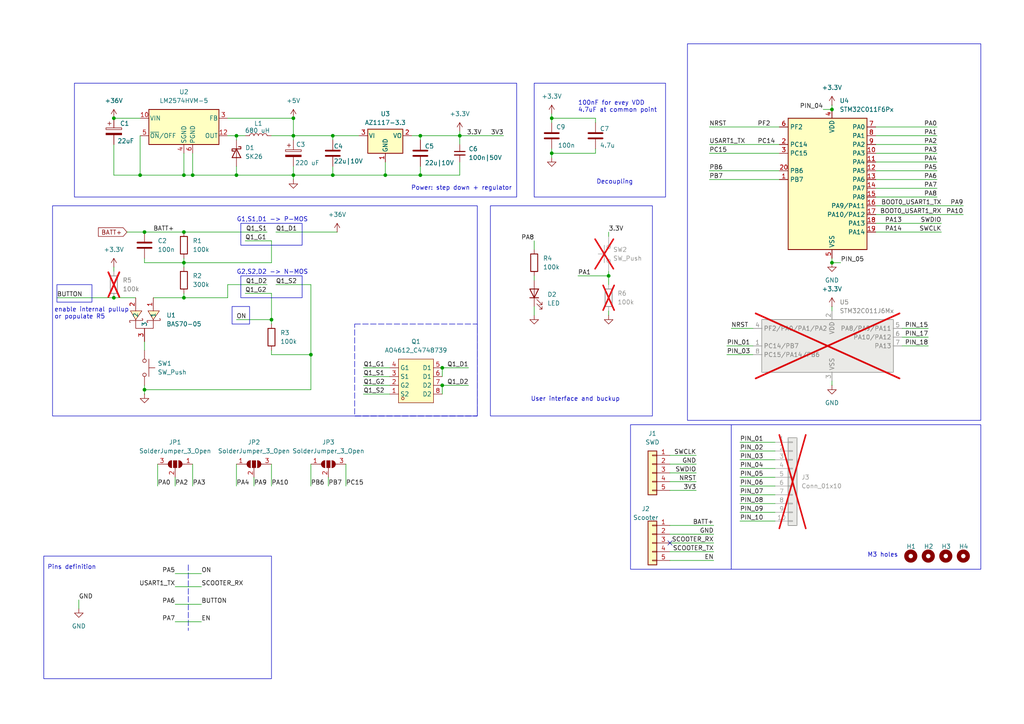
<source format=kicad_sch>
(kicad_sch (version 20250114) (generator "eeschema") (generator_version "9.0")
  (paper "A4")
  (lib_symbols
    (symbol "Connector_Generic:Conn_01x05" (pin_names (offset 1.016) (hide yes))
      (property "Reference" "J" (at 0 7.62 0))
      (property "Value" "Conn_01x05" (at 0 -7.62 0))
      (symbol "Conn_01x05_1_1"
        (rectangle (start -1.27 6.35) (end 1.27 -6.35) (stroke (width 0.254)) (fill (type background)))
        (rectangle (start -1.27 5.207) (end 0 4.953) (stroke (width 0.1524)))
        (rectangle (start -1.27 2.667) (end 0 2.413) (stroke (width 0.1524)))
        (rectangle (start -1.27 0.127) (end 0 -0.127) (stroke (width 0.1524)))
        (rectangle (start -1.27 -2.413) (end 0 -2.667) (stroke (width 0.1524)))
        (rectangle (start -1.27 -4.953) (end 0 -5.207) (stroke (width 0.1524)))
        (pin passive line (at -5.08 5.08 0) (length 3.81) (name "Pin_1") (number "1"))
        (pin passive line (at -5.08 2.54 0) (length 3.81) (name "Pin_2") (number "2"))
        (pin passive line (at -5.08 0 0) (length 3.81) (name "Pin_3") (number "3"))
        (pin passive line (at -5.08 -2.54 0) (length 3.81) (name "Pin_4") (number "4"))
        (pin passive line (at -5.08 -5.08 0) (length 3.81) (name "Pin_5") (number "5"))
      )
    )
    (symbol "Connector_Generic:Conn_01x10" (pin_names (offset 1.016) (hide yes))
      (property "Reference" "J" (at 0 12.7 0))
      (property "Value" "Conn_01x10" (at 0 -15.24 0))
      (symbol "Conn_01x10_1_1"
        (rectangle (start -1.27 11.43) (end 1.27 -13.97) (stroke (width 0.254)) (fill (type background)))
        (rectangle (start -1.27 10.287) (end 0 10.033) (stroke (width 0.1524)))
        (rectangle (start -1.27 7.747) (end 0 7.493) (stroke (width 0.1524)))
        (rectangle (start -1.27 5.207) (end 0 4.953) (stroke (width 0.1524)))
        (rectangle (start -1.27 2.667) (end 0 2.413) (stroke (width 0.1524)))
        (rectangle (start -1.27 0.127) (end 0 -0.127) (stroke (width 0.1524)))
        (rectangle (start -1.27 -2.413) (end 0 -2.667) (stroke (width 0.1524)))
        (rectangle (start -1.27 -4.953) (end 0 -5.207) (stroke (width 0.1524)))
        (rectangle (start -1.27 -7.493) (end 0 -7.747) (stroke (width 0.1524)))
        (rectangle (start -1.27 -10.033) (end 0 -10.287) (stroke (width 0.1524)))
        (rectangle (start -1.27 -12.573) (end 0 -12.827) (stroke (width 0.1524)))
        (pin passive line (at -5.08 10.16 0) (length 3.81) (name "Pin_1") (number "1"))
        (pin passive line (at -5.08 7.62 0) (length 3.81) (name "Pin_2") (number "2"))
        (pin passive line (at -5.08 5.08 0) (length 3.81) (name "Pin_3") (number "3"))
        (pin passive line (at -5.08 2.54 0) (length 3.81) (name "Pin_4") (number "4"))
        (pin passive line (at -5.08 0 0) (length 3.81) (name "Pin_5") (number "5"))
        (pin passive line (at -5.08 -2.54 0) (length 3.81) (name "Pin_6") (number "6"))
        (pin passive line (at -5.08 -5.08 0) (length 3.81) (name "Pin_7") (number "7"))
        (pin passive line (at -5.08 -7.62 0) (length 3.81) (name "Pin_8") (number "8"))
        (pin passive line (at -5.08 -10.16 0) (length 3.81) (name "Pin_9") (number "9"))
        (pin passive line (at -5.08 -12.7 0) (length 3.81) (name "Pin_10") (number "10"))
      )
    )
    (symbol "Device:C" (pin_numbers (hide yes)) (pin_names (offset 0.254))
      (property "Reference" "C" (at 0.635 2.54 0))
      (property "Value" "C" (at 0.635 -2.54 0))
      (symbol "C_0_1"
        (polyline (pts (xy -2.032 0.762) (xy 2.032 0.762)) (stroke (width 0.508)))
        (polyline (pts (xy -2.032 -0.762) (xy 2.032 -0.762)) (stroke (width 0.508)))
      )
      (symbol "C_1_1"
        (pin passive line (at 0 3.81 270) (length 2.794) (name "~") (number "1"))
        (pin passive line (at 0 -3.81 90) (length 2.794) (name "~") (number "2"))
      )
    )
    (symbol "Device:C_Polarized" (pin_numbers (hide yes)) (pin_names (offset 0.254))
      (property "Reference" "C" (at 0.635 2.54 0))
      (property "Value" "C_Polarized" (at 0.635 -2.54 0))
      (symbol "C_Polarized_0_1"
        (rectangle (start -2.286 0.508) (end 2.286 1.016))
        (polyline (pts (xy -1.778 2.286) (xy -0.762 2.286)))
        (polyline (pts (xy -1.27 2.794) (xy -1.27 1.778)))
        (rectangle (start 2.286 -0.508) (end -2.286 -1.016) (fill (type outline)))
      )
      (symbol "C_Polarized_1_1"
        (pin passive line (at 0 3.81 270) (length 2.794) (name "~") (number "1"))
        (pin passive line (at 0 -3.81 90) (length 2.794) (name "~") (number "2"))
      )
    )
    (symbol "Device:C_Small" (pin_numbers (hide yes)) (pin_names (offset 0.254) (hide yes))
      (property "Reference" "C" (at 0.254 1.778 0))
      (property "Value" "C_Small" (at 0.254 -2.032 0))
      (symbol "C_Small_0_1"
        (polyline (pts (xy -1.524 0.508) (xy 1.524 0.508)) (stroke (width 0.3048)))
        (polyline (pts (xy -1.524 -0.508) (xy 1.524 -0.508)) (stroke (width 0.3302)))
      )
      (symbol "C_Small_1_1"
        (pin passive line (at 0 2.54 270) (length 2.032) (name "~") (number "1"))
        (pin passive line (at 0 -2.54 90) (length 2.032) (name "~") (number "2"))
      )
    )
    (symbol "Device:D_Schottky" (pin_numbers (hide yes)) (pin_names (offset 1.016) (hide yes))
      (property "Reference" "D" (at 0 2.54 0))
      (property "Value" "D_Schottky" (at 0 -2.54 0))
      (symbol "D_Schottky_0_1"
        (polyline (pts (xy -1.905 0.635) (xy -1.905 1.27) (xy -1.27 1.27) (xy -1.27 -1.27) (xy -0.635 -1.27) (xy -0.635 -0.635)) (stroke (width 0.254)))
        (polyline (pts (xy 1.27 1.27) (xy 1.27 -1.27) (xy -1.27 0) (xy 1.27 1.27)) (stroke (width 0.254)))
        (polyline (pts (xy 1.27 0) (xy -1.27 0)))
      )
      (symbol "D_Schottky_1_1"
        (pin passive line (at -3.81 0 0) (length 2.54) (name "K") (number "1"))
        (pin passive line (at 3.81 0 180) (length 2.54) (name "A") (number "2"))
      )
    )
    (symbol "Device:L" (pin_numbers (hide yes)) (pin_names (offset 1.016) (hide yes))
      (property "Reference" "L" (at -1.27 0 90))
      (property "Value" "L" (at 1.905 0 90))
      (symbol "L_0_1"
        (arc (start 0 2.54) (mid 0.6323 1.905) (end 0 1.27))
        (arc (start 0 1.27) (mid 0.6323 0.635) (end 0 0))
        (arc (start 0 0) (mid 0.6323 -0.635) (end 0 -1.27))
        (arc (start 0 -1.27) (mid 0.6323 -1.905) (end 0 -2.54))
      )
      (symbol "L_1_1"
        (pin passive line (at 0 3.81 270) (length 1.27) (name "1") (number "1"))
        (pin passive line (at 0 -3.81 90) (length 1.27) (name "2") (number "2"))
      )
    )
    (symbol "Device:LED" (pin_numbers (hide yes)) (pin_names (offset 1.016) (hide yes))
      (property "Reference" "D" (at 0 2.54 0))
      (property "Value" "LED" (at 0 -2.54 0))
      (symbol "LED_0_1"
        (polyline (pts (xy -3.048 -0.762) (xy -4.572 -2.286) (xy -3.81 -2.286) (xy -4.572 -2.286) (xy -4.572 -1.524)))
        (polyline (pts (xy -1.778 -0.762) (xy -3.302 -2.286) (xy -2.54 -2.286) (xy -3.302 -2.286) (xy -3.302 -1.524)))
        (polyline (pts (xy -1.27 0) (xy 1.27 0)))
        (polyline (pts (xy -1.27 -1.27) (xy -1.27 1.27)) (stroke (width 0.254)))
        (polyline (pts (xy 1.27 -1.27) (xy 1.27 1.27) (xy -1.27 0) (xy 1.27 -1.27)) (stroke (width 0.254)))
      )
      (symbol "LED_1_1"
        (pin passive line (at -3.81 0 0) (length 2.54) (name "K") (number "1"))
        (pin passive line (at 3.81 0 180) (length 2.54) (name "A") (number "2"))
      )
    )
    (symbol "Device:R" (pin_numbers (hide yes)) (pin_names (offset 0))
      (property "Reference" "R" (at 2.032 0 90))
      (property "Value" "R" (at 0 0 90))
      (symbol "R_0_1"
        (rectangle (start -1.016 -2.54) (end 1.016 2.54) (stroke (width 0.254)))
      )
      (symbol "R_1_1"
        (pin passive line (at 0 3.81 270) (length 1.27) (name "~") (number "1"))
        (pin passive line (at 0 -3.81 90) (length 1.27) (name "~") (number "2"))
      )
    )
    (symbol "Jumper:SolderJumper_3_Open" (pin_names (offset 0) (hide yes)) (exclude_from_sim yes) (in_bom no)
      (property "Reference" "JP" (at -2.54 -2.54 0))
      (property "Value" "SolderJumper_3_Open" (at 0 2.794 0))
      (symbol "SolderJumper_3_Open_0_1"
        (polyline (pts (xy -2.54 0) (xy -2.032 0)))
        (polyline (pts (xy -1.016 1.016) (xy -1.016 -1.016)))
        (arc (start -1.016 -1.016) (mid -2.0276 0) (end -1.016 1.016))
        (arc (start -1.016 -1.016) (mid -2.0276 0) (end -1.016 1.016) (fill (type outline)))
        (rectangle (start -0.508 1.016) (end 0.508 -1.016) (fill (type outline)))
        (polyline (pts (xy 0 -1.27) (xy 0 -1.016)))
        (arc (start 1.016 1.016) (mid 2.0276 0) (end 1.016 -1.016))
        (arc (start 1.016 1.016) (mid 2.0276 0) (end 1.016 -1.016) (fill (type outline)))
        (polyline (pts (xy 1.016 1.016) (xy 1.016 -1.016)))
        (polyline (pts (xy 2.54 0) (xy 2.032 0)))
      )
      (symbol "SolderJumper_3_Open_1_1"
        (pin passive line (at -5.08 0 0) (length 2.54) (name "A") (number "1"))
        (pin passive line (at 0 -3.81 90) (length 2.54) (name "C") (number "2"))
        (pin passive line (at 5.08 0 180) (length 2.54) (name "B") (number "3"))
      )
    )
    (symbol "MCU_ST_STM32C0:STM32C011F6Px"
      (property "Reference" "U" (at -10.16 21.59 0))
      (property "Value" "STM32C011F6Px" (at 5.08 21.59 0))
      (symbol "STM32C011F6Px_0_1"
        (rectangle (start -10.16 -17.78) (end 12.7 20.32) (stroke (width 0.254)) (fill (type background)))
      )
      (symbol "STM32C011F6Px_1_1"
        (pin bidirectional line (at -12.7 17.78 0) (length 2.54) (name "PF2") (number "6"))
        (pin bidirectional line (at -12.7 12.7 0) (length 2.54) (name "PC14") (number "2"))
        (pin bidirectional line (at -12.7 10.16 0) (length 2.54) (name "PC15") (number "3"))
        (pin bidirectional line (at -12.7 5.08 0) (length 2.54) (name "PB6") (number "20"))
        (pin bidirectional line (at -12.7 2.54 0) (length 2.54) (name "PB7") (number "1"))
        (pin power_in line (at 2.54 22.86 270) (length 2.54) (name "VDD") (number "4"))
        (pin power_in line (at 2.54 -20.32 90) (length 2.54) (name "VSS") (number "5"))
        (pin bidirectional line (at 15.24 17.78 180) (length 2.54) (name "PA0") (number "7"))
        (pin bidirectional line (at 15.24 15.24 180) (length 2.54) (name "PA1") (number "8"))
        (pin bidirectional line (at 15.24 12.7 180) (length 2.54) (name "PA2") (number "9"))
        (pin bidirectional line (at 15.24 10.16 180) (length 2.54) (name "PA3") (number "10"))
        (pin bidirectional line (at 15.24 7.62 180) (length 2.54) (name "PA4") (number "11"))
        (pin bidirectional line (at 15.24 5.08 180) (length 2.54) (name "PA5") (number "12"))
        (pin bidirectional line (at 15.24 2.54 180) (length 2.54) (name "PA6") (number "13"))
        (pin bidirectional line (at 15.24 0 180) (length 2.54) (name "PA7") (number "14"))
        (pin bidirectional line (at 15.24 -2.54 180) (length 2.54) (name "PA8") (number "15"))
        (pin bidirectional line (at 15.24 -5.08 180) (length 2.54) (name "PA9/PA11") (number "16"))
        (pin bidirectional line (at 15.24 -7.62 180) (length 2.54) (name "PA10/PA12") (number "17"))
        (pin bidirectional line (at 15.24 -10.16 180) (length 2.54) (name "PA13") (number "18"))
        (pin bidirectional line (at 15.24 -12.7 180) (length 2.54) (name "PA14") (number "19"))
      )
    )
    (symbol "MCU_ST_STM32C0:STM32C011J6Mx"
      (property "Reference" "U" (at -17.78 8.89 0))
      (property "Value" "STM32C011J6Mx" (at 5.08 8.89 0))
      (symbol "STM32C011J6Mx_0_1"
        (rectangle (start -17.78 -7.62) (end 20.32 7.62) (stroke (width 0.254)) (fill (type background)))
      )
      (symbol "STM32C011J6Mx_1_1"
        (pin bidirectional line (at -20.32 5.08 0) (length 2.54) (name "PF2/PA0/PA1/PA2") (number "4"))
        (pin bidirectional line (at -20.32 0 0) (length 2.54) (name "PC14/PB7") (number "1"))
        (pin bidirectional line (at -20.32 -2.54 0) (length 2.54) (name "PC15/PA14/PB6") (number "8"))
        (pin power_in line (at 2.54 10.16 270) (length 2.54) (name "VDD") (number "2"))
        (pin power_in line (at 2.54 -10.16 90) (length 2.54) (name "VSS") (number "3"))
        (pin bidirectional line (at 22.86 5.08 180) (length 2.54) (name "PA8/PA9/PA11") (number "5"))
        (pin bidirectional line (at 22.86 2.54 180) (length 2.54) (name "PA10/PA12") (number "6"))
        (pin bidirectional line (at 22.86 0 180) (length 2.54) (name "PA13") (number "7"))
      )
    )
    (symbol "Mechanical:MountingHole" (pin_names (offset 1.016)) (exclude_from_sim yes) (in_bom no)
      (property "Reference" "H" (at 0 5.08 0))
      (property "Value" "MountingHole" (at 0 3.175 0))
      (symbol "MountingHole_0_1"
        (circle (center 0 0) (radius 1.27) (stroke (width 1.27)))
      )
    )
    (symbol "Regulator_Linear:AZ1117-3.3" (pin_names (offset 0.254))
      (property "Reference" "U" (at -3.81 3.175 0))
      (property "Value" "AZ1117-3.3" (at 0 3.175 0))
      (symbol "AZ1117-3.3_0_1"
        (rectangle (start -5.08 1.905) (end 5.08 -5.08) (stroke (width 0.254)) (fill (type background)))
      )
      (symbol "AZ1117-3.3_1_1"
        (pin power_in line (at -7.62 0 0) (length 2.54) (name "VI") (number "3"))
        (pin power_in line (at 0 -7.62 90) (length 2.54) (name "GND") (number "1"))
        (pin power_out line (at 7.62 0 180) (length 2.54) (name "VO") (number "2"))
      )
    )
    (symbol "Regulator_Switching:LM2574HVM-5" (pin_names (offset 0.254))
      (property "Reference" "U" (at -10.16 6.35 0))
      (property "Value" "LM2574HVM-5" (at -5.08 6.35 0))
      (symbol "LM2574HVM-5_0_1"
        (rectangle (start -10.16 5.08) (end 10.16 -5.08) (stroke (width 0.254)) (fill (type background)))
      )
      (symbol "LM2574HVM-5_1_1"
        (pin power_in line (at -12.7 2.54 0) (length 2.54) (name "VIN") (number "10"))
        (pin input line (at -12.7 -2.54 0) (length 2.54) (name "~{ON}/OFF") (number "5"))
        (pin power_in line (at 0 -7.62 90) (length 2.54) (name "SGND") (number "4"))
        (pin power_in line (at 2.54 -7.62 90) (length 2.54) (name "PGND") (number "6"))
        (pin input line (at 12.7 2.54 180) (length 2.54) (name "FB") (number "3"))
        (pin output line (at 12.7 -2.54 180) (length 2.54) (name "OUT") (number "12"))
      )
    )
    (symbol "Switch:SW_Push" (pin_numbers (hide yes)) (pin_names (offset 1.016) (hide yes))
      (property "Reference" "SW" (at 1.27 2.54 0))
      (property "Value" "SW_Push" (at 0 -1.524 0))
      (symbol "SW_Push_0_1"
        (circle (center -2.032 0) (radius 0.508))
        (polyline (pts (xy 0 1.27) (xy 0 3.048)))
        (circle (center 2.032 0) (radius 0.508))
        (polyline (pts (xy 2.54 1.27) (xy -2.54 1.27)))
        (pin passive line (at -5.08 0 0) (length 2.54) (name "1") (number "1"))
        (pin passive line (at 5.08 0 180) (length 2.54) (name "2") (number "2"))
      )
    )
    (symbol "easyeda2kicad:AO4612_C4748739"
      (property "Reference" "Q" (at 0 10.16 0))
      (property "Value" "AO4612_C4748739" (at 0 -7.62 0))
      (symbol "AO4612_C4748739_0_1"
        (rectangle (start -5.08 7.62) (end 5.08 -5.08) (fill (type background)))
        (circle (center -3.81 6.35) (radius 0.38))
        (pin unspecified line (at -7.62 5.08 0) (length 2.54) (name "S2") (number "1"))
        (pin unspecified line (at -7.62 2.54 0) (length 2.54) (name "G2") (number "2"))
        (pin unspecified line (at -7.62 0 0) (length 2.54) (name "S1") (number "3"))
        (pin unspecified line (at -7.62 -2.54 0) (length 2.54) (name "G1") (number "4"))
        (pin unspecified line (at 7.62 5.08 180) (length 2.54) (name "D2") (number "8"))
        (pin unspecified line (at 7.62 2.54 180) (length 2.54) (name "D2") (number "7"))
        (pin unspecified line (at 7.62 0 180) (length 2.54) (name "D1") (number "6"))
        (pin unspecified line (at 7.62 -2.54 180) (length 2.54) (name "D1") (number "5"))
      )
    )
    (symbol "easyeda2kicad:BAS70-05_C7461133"
      (property "Reference" "U" (at 0 10.16 0))
      (property "Value" "BAS70-05_C7461133" (at 0 -12.7 0))
      (symbol "BAS70-05_C7461133_0_1"
        (polyline (pts (xy -1.02 -0.51) (xy -0.76 -0.51) (xy -0.76 -1.02) (xy -4.57 -1.02) (xy -4.57 -1.52) (xy -4.32 -1.52)))
        (polyline (pts (xy -1.02 -3.81) (xy -2.54 -1.27) (xy -4.32 -3.81) (xy -1.02 -3.81)) (fill (type background)))
        (polyline (pts (xy 2.54 -1.27) (xy 2.54 1.27) (xy -2.54 1.27) (xy -2.54 -1.27)))
        (polyline (pts (xy 4.06 -0.51) (xy 4.32 -0.51) (xy 4.32 -1.02) (xy 0.51 -1.02) (xy 0.51 -1.52) (xy 0.76 -1.52)))
        (polyline (pts (xy 4.06 -3.81) (xy 2.54 -1.27) (xy 0.76 -3.81) (xy 4.06 -3.81)) (fill (type background)))
        (pin unspecified line (at -2.54 -7.62 90) (length 3.81) (name "1") (number "1"))
        (pin unspecified line (at 0 5.08 270) (length 3.81) (name "3") (number "3"))
        (pin unspecified line (at 2.54 -7.62 90) (length 3.81) (name "2") (number "2"))
      )
    )
    (symbol "power:+3.3V" (power) (pin_numbers (hide yes)) (pin_names (offset 0) (hide yes))
      (property "Value" "+3.3V" (at 0 3.556 0))
      (symbol "+3.3V_0_1"
        (polyline (pts (xy -0.762 1.27) (xy 0 2.54)))
        (polyline (pts (xy 0 2.54) (xy 0.762 1.27)))
        (polyline (pts (xy 0 0) (xy 0 2.54)))
      )
      (symbol "+3.3V_1_1"
        (pin power_in line (at 0 0 90) (length 0) (name "~") (number "1"))
      )
    )
    (symbol "power:+36V" (power) (pin_numbers (hide yes)) (pin_names (offset 0) (hide yes))
      (property "Value" "+36V" (at 0 3.556 0))
      (symbol "+36V_0_1"
        (polyline (pts (xy -0.762 1.27) (xy 0 2.54)))
        (polyline (pts (xy 0 2.54) (xy 0.762 1.27)))
        (polyline (pts (xy 0 0) (xy 0 2.54)))
      )
      (symbol "+36V_1_1"
        (pin power_in line (at 0 0 90) (length 0) (name "~") (number "1"))
      )
    )
    (symbol "power:+5V" (power) (pin_numbers (hide yes)) (pin_names (offset 0) (hide yes))
      (property "Value" "+5V" (at 0 3.556 0))
      (symbol "+5V_0_1"
        (polyline (pts (xy -0.762 1.27) (xy 0 2.54)))
        (polyline (pts (xy 0 2.54) (xy 0.762 1.27)))
        (polyline (pts (xy 0 0) (xy 0 2.54)))
      )
      (symbol "+5V_1_1"
        (pin power_in line (at 0 0 90) (length 0) (name "~") (number "1"))
      )
    )
    (symbol "power:GND" (power) (pin_numbers (hide yes)) (pin_names (offset 0) (hide yes))
      (property "Value" "GND" (at 0 -3.81 0))
      (symbol "GND_0_1"
        (polyline (pts (xy 0 0) (xy 0 -1.27) (xy 1.27 -1.27) (xy 0 -2.54) (xy -1.27 -1.27) (xy 0 -1.27)))
      )
      (symbol "GND_1_1"
        (pin power_in line (at 0 0 270) (length 0) (name "~") (number "1"))
      )
    )
  )
  (rectangle (start 142.24 59.69) (end 189.23 120.65))
  (rectangle (start 12.7 161.29) (end 78.74 196.85))
  (rectangle (start 154.94 24.13) (end 193.04 57.15))
  (rectangle (start 69.85 64.77) (end 87.63 71.12))
  (rectangle (start 16.51 82.55) (end 26.67 87.63))
  (rectangle (start 15.24 59.69) (end 138.43 120.65))
  (rectangle (start 21.59 24.13) (end 149.86 57.15))
  (rectangle (start 199.39 12.7) (end 284.48 121.92))
  (rectangle (start 102.87 93.98) (end 138.43 120.65) (stroke (width 0) (type dash)))
  (rectangle (start 67.31 88.9) (end 72.39 93.98))
  (rectangle (start 182.88 123.19) (end 284.48 165.1))
  (rectangle (start 69.85 80.01) (end 87.63 86.36))
  (text "G2,S2,D2 -> N-MOS" (at 78.994 78.994 0) (effects (font (size 1.27 1.27))))
  (text "100nF for evey VDD\n4.7uF at common point" (at 167.64 30.988 0) (effects (font (size 1.27 1.27)) (justify left)))
  (text "M3 holes" (at 256.032 161.036 0) (effects (font (size 1.27 1.27))))
  (text "Pins definition" (at 20.828 164.592 0) (effects (font (size 1.27 1.27))))
  (text "Decoupling" (at 178.308 52.832 0) (effects (font (size 1.27 1.27))))
  (text "G1,S1,D1 -> P-MOS" (at 78.994 63.754 0) (effects (font (size 1.27 1.27))))
  (text "User interface and buckup" (at 153.924 115.824 0) (effects (font (size 1.27 1.27)) (justify left)))
  (text "Power: step down + regulator" (at 133.858 54.61 0) (effects (font (size 1.27 1.27))))
  (text "enable internal pullup\nor populate R5" (at 15.748 90.932 0) (effects (font (size 1.27 1.27)) (justify left)))
  (junction (at 241.3 31.75))
  (junction (at 68.58 50.8))
  (junction (at 41.91 113.03))
  (junction (at 111.76 50.8))
  (junction (at 85.09 50.8))
  (junction (at 85.09 39.37))
  (junction (at 40.64 50.8))
  (junction (at 121.92 39.37))
  (junction (at 128.27 106.68))
  (junction (at 33.02 86.36))
  (junction (at 53.34 86.36))
  (junction (at 241.3 76.2))
  (junction (at 96.52 39.37))
  (junction (at 53.34 76.2))
  (junction (at 53.34 67.31))
  (junction (at 68.58 39.37))
  (junction (at 133.35 39.37))
  (junction (at 160.02 44.45))
  (junction (at 33.02 34.29))
  (junction (at 78.74 92.71))
  (junction (at 96.52 50.8))
  (junction (at 55.88 50.8))
  (junction (at 85.09 34.29))
  (junction (at 41.91 67.31))
  (junction (at 128.27 111.76))
  (junction (at 90.17 102.87))
  (junction (at 176.53 80.01))
  (junction (at 160.02 34.29))
  (junction (at 53.34 50.8))
  (junction (at 121.92 50.8))
  (no_connect (at 194.31 157.48))
  (wire (pts (xy 50.8 175.26) (xy 58.42 175.26)))
  (wire (pts (xy 176.53 80.01) (xy 176.53 82.55)))
  (wire (pts (xy 160.02 34.29) (xy 160.02 35.56)))
  (wire (pts (xy 238.76 31.75) (xy 241.3 31.75)))
  (wire (pts (xy 41.91 67.31) (xy 53.34 67.31)))
  (wire (pts (xy 194.31 132.08) (xy 201.93 132.08)))
  (wire (pts (xy 128.27 111.76) (xy 135.89 111.76)))
  (wire (pts (xy 105.41 114.3) (xy 113.03 114.3)))
  (wire (pts (xy 241.3 30.48) (xy 241.3 31.75)))
  (wire (pts (xy 254 46.99) (xy 271.78 46.99)))
  (wire (pts (xy 73.66 138.43) (xy 73.66 140.97)))
  (wire (pts (xy 78.74 69.85) (xy 78.74 76.2)))
  (wire (pts (xy 254 39.37) (xy 271.78 39.37)))
  (wire (pts (xy 66.04 82.55) (xy 66.04 86.36)))
  (wire (pts (xy 90.17 134.62) (xy 90.17 140.97)))
  (wire (pts (xy 85.09 40.64) (xy 85.09 39.37)))
  (wire (pts (xy 68.58 92.71) (xy 78.74 92.71)))
  (wire (pts (xy 241.3 74.93) (xy 241.3 76.2)))
  (wire (pts (xy 90.17 102.87) (xy 90.17 113.03)))
  (wire (pts (xy 128.27 111.76) (xy 128.27 114.3)))
  (wire (pts (xy 41.91 113.03) (xy 41.91 114.3)))
  (wire (pts (xy 212.09 95.25) (xy 218.44 95.25)))
  (wire (pts (xy 254 67.31) (xy 273.05 67.31)))
  (wire (pts (xy 160.02 33.02) (xy 160.02 34.29)))
  (wire (pts (xy 194.31 152.4) (xy 207.01 152.4)))
  (wire (pts (xy 96.52 50.8) (xy 85.09 50.8)))
  (wire (pts (xy 214.63 128.27) (xy 224.79 128.27)))
  (wire (pts (xy 254 44.45) (xy 271.78 44.45)))
  (wire (pts (xy 254 64.77) (xy 273.05 64.77)))
  (wire (pts (xy 214.63 130.81) (xy 224.79 130.81)))
  (wire (pts (xy 90.17 82.55) (xy 80.01 82.55)))
  (wire (pts (xy 68.58 39.37) (xy 71.12 39.37)))
  (wire (pts (xy 205.74 36.83) (xy 226.06 36.83)))
  (wire (pts (xy 254 57.15) (xy 271.78 57.15)))
  (wire (pts (xy 121.92 48.26) (xy 121.92 50.8)))
  (wire (pts (xy 254 59.69) (xy 279.4 59.69)))
  (wire (pts (xy 121.92 39.37) (xy 121.92 40.64)))
  (wire (pts (xy 85.09 50.8) (xy 68.58 50.8)))
  (wire (pts (xy 41.91 76.2) (xy 53.34 76.2)))
  (wire (pts (xy 224.79 146.05) (xy 214.63 146.05)))
  (wire (pts (xy 66.04 34.29) (xy 85.09 34.29)))
  (wire (pts (xy 78.74 39.37) (xy 85.09 39.37)))
  (wire (pts (xy 176.53 78.74) (xy 176.53 80.01)))
  (wire (pts (xy 50.8 180.34) (xy 58.42 180.34)))
  (wire (pts (xy 194.31 160.02) (xy 207.01 160.02)))
  (wire (pts (xy 71.12 85.09) (xy 78.74 85.09)))
  (wire (pts (xy 96.52 39.37) (xy 104.14 39.37)))
  (wire (pts (xy 205.74 52.07) (xy 226.06 52.07)))
  (wire (pts (xy 254 41.91) (xy 271.78 41.91)))
  (wire (pts (xy 96.52 39.37) (xy 96.52 40.64)))
  (wire (pts (xy 119.38 39.37) (xy 121.92 39.37)))
  (wire (pts (xy 121.92 50.8) (xy 133.35 50.8)))
  (wire (pts (xy 95.25 138.43) (xy 95.25 140.97)))
  (wire (pts (xy 176.53 67.31) (xy 176.53 68.58)))
  (wire (pts (xy 68.58 134.62) (xy 68.58 140.97)))
  (wire (pts (xy 33.02 50.8) (xy 40.64 50.8)))
  (wire (pts (xy 85.09 39.37) (xy 96.52 39.37)))
  (wire (pts (xy 55.88 134.62) (xy 55.88 140.97)))
  (wire (pts (xy 154.94 80.01) (xy 154.94 81.28)))
  (wire (pts (xy 85.09 34.29) (xy 85.09 39.37)))
  (wire (pts (xy 133.35 39.37) (xy 133.35 41.91)))
  (wire (pts (xy 194.31 162.56) (xy 207.01 162.56)))
  (wire (pts (xy 41.91 111.76) (xy 41.91 113.03)))
  (wire (pts (xy 40.64 50.8) (xy 53.34 50.8)))
  (wire (pts (xy 71.12 69.85) (xy 78.74 69.85)))
  (wire (pts (xy 105.41 111.76) (xy 113.03 111.76)))
  (wire (pts (xy 96.52 48.26) (xy 96.52 50.8)))
  (wire (pts (xy 214.63 138.43) (xy 224.79 138.43)))
  (wire (pts (xy 16.51 86.36) (xy 33.02 86.36)))
  (wire (pts (xy 128.27 106.68) (xy 128.27 109.22)))
  (wire (pts (xy 194.31 139.7) (xy 201.93 139.7)))
  (wire (pts (xy 261.62 100.33) (xy 269.24 100.33)))
  (wire (pts (xy 41.91 99.06) (xy 41.91 101.6)))
  (wire (pts (xy 133.35 46.99) (xy 133.35 50.8)))
  (wire (pts (xy 45.72 134.62) (xy 45.72 140.97)))
  (wire (pts (xy 160.02 44.45) (xy 160.02 45.72)))
  (wire (pts (xy 53.34 67.31) (xy 77.47 67.31)))
  (wire (pts (xy 53.34 76.2) (xy 53.34 77.47)))
  (wire (pts (xy 214.63 140.97) (xy 224.79 140.97)))
  (wire (pts (xy 167.64 80.01) (xy 176.53 80.01)))
  (wire (pts (xy 78.74 76.2) (xy 53.34 76.2)))
  (wire (pts (xy 41.91 113.03) (xy 90.17 113.03)))
  (wire (pts (xy 55.88 50.8) (xy 68.58 50.8)))
  (wire (pts (xy 205.74 41.91) (xy 226.06 41.91)))
  (wire (pts (xy 224.79 148.59) (xy 214.63 148.59)))
  (wire (pts (xy 85.09 52.07) (xy 85.09 50.8)))
  (wire (pts (xy 121.92 39.37) (xy 133.35 39.37)))
  (wire (pts (xy 241.3 88.9) (xy 241.3 90.17)))
  (wire (pts (xy 128.27 106.68) (xy 135.89 106.68)))
  (wire (pts (xy 111.76 46.99) (xy 111.76 50.8)))
  (wire (pts (xy 254 49.53) (xy 271.78 49.53)))
  (wire (pts (xy 53.34 50.8) (xy 55.88 50.8)))
  (wire (pts (xy 261.62 95.25) (xy 269.24 95.25)))
  (wire (pts (xy 36.83 67.31) (xy 41.91 67.31)))
  (wire (pts (xy 78.74 101.6) (xy 78.74 102.87)))
  (wire (pts (xy 96.52 50.8) (xy 111.76 50.8)))
  (wire (pts (xy 133.35 39.37) (xy 146.05 39.37)))
  (wire (pts (xy 254 52.07) (xy 271.78 52.07)))
  (wire (pts (xy 154.94 88.9) (xy 154.94 91.44)))
  (wire (pts (xy 194.31 157.48) (xy 207.01 157.48)))
  (wire (pts (xy 78.74 134.62) (xy 78.74 140.97)))
  (wire (pts (xy 172.72 43.18) (xy 172.72 44.45)))
  (wire (pts (xy 50.8 166.37) (xy 58.42 166.37)))
  (wire (pts (xy 100.33 134.62) (xy 100.33 140.97)))
  (wire (pts (xy 176.53 90.17) (xy 176.53 91.44)))
  (wire (pts (xy 241.3 110.49) (xy 241.3 111.76)))
  (wire (pts (xy 55.88 44.45) (xy 55.88 50.8)))
  (wire (pts (xy 261.62 97.79) (xy 269.24 97.79)))
  (wire (pts (xy 133.35 38.1) (xy 133.35 39.37)))
  (wire (pts (xy 40.64 39.37) (xy 40.64 50.8)))
  (wire (pts (xy 214.63 133.35) (xy 224.79 133.35)))
  (wire (pts (xy 194.31 142.24) (xy 201.93 142.24)))
  (wire (pts (xy 254 36.83) (xy 271.78 36.83)))
  (wire (pts (xy 205.74 49.53) (xy 226.06 49.53)))
  (wire (pts (xy 224.79 143.51) (xy 214.63 143.51)))
  (wire (pts (xy 210.82 100.33) (xy 218.44 100.33)))
  (wire (pts (xy 33.02 77.47) (xy 33.02 78.74)))
  (wire (pts (xy 53.34 44.45) (xy 53.34 50.8)))
  (wire (pts (xy 241.3 76.2) (xy 243.84 76.2)))
  (wire (pts (xy 111.76 50.8) (xy 121.92 50.8)))
  (wire (pts (xy 50.8 170.18) (xy 58.42 170.18)))
  (wire (pts (xy 22.86 173.99) (xy 22.86 176.53)))
  (wire (pts (xy 194.31 154.94) (xy 207.01 154.94)))
  (wire (pts (xy 105.41 109.22) (xy 113.03 109.22)))
  (wire (pts (xy 214.63 135.89) (xy 224.79 135.89)))
  (wire (pts (xy 53.34 86.36) (xy 53.34 85.09)))
  (wire (pts (xy 194.31 137.16) (xy 201.93 137.16)))
  (wire (pts (xy 90.17 102.87) (xy 90.17 82.55)))
  (wire (pts (xy 105.41 106.68) (xy 113.03 106.68)))
  (wire (pts (xy 160.02 43.18) (xy 160.02 44.45)))
  (wire (pts (xy 85.09 50.8) (xy 85.09 48.26)))
  (polyline (pts (xy 212.09 123.19) (xy 212.09 165.1)))
  (wire (pts (xy 154.94 69.85) (xy 154.94 72.39)))
  (wire (pts (xy 68.58 48.26) (xy 68.58 50.8)))
  (wire (pts (xy 254 54.61) (xy 271.78 54.61)))
  (wire (pts (xy 68.58 40.64) (xy 68.58 39.37)))
  (polyline (pts (xy 54.61 163.83) (xy 54.61 182.88)) (stroke (width 0) (type dash)))
  (wire (pts (xy 160.02 44.45) (xy 172.72 44.45)))
  (wire (pts (xy 66.04 39.37) (xy 68.58 39.37)))
  (wire (pts (xy 80.01 67.31) (xy 97.79 67.31)))
  (wire (pts (xy 33.02 41.91) (xy 33.02 50.8)))
  (wire (pts (xy 78.74 92.71) (xy 78.74 93.98)))
  (wire (pts (xy 50.8 138.43) (xy 50.8 140.97)))
  (wire (pts (xy 172.72 34.29) (xy 160.02 34.29)))
  (wire (pts (xy 194.31 134.62) (xy 201.93 134.62)))
  (wire (pts (xy 33.02 34.29) (xy 40.64 34.29)))
  (wire (pts (xy 66.04 86.36) (xy 53.34 86.36)))
  (wire (pts (xy 78.74 102.87) (xy 90.17 102.87)))
  (wire (pts (xy 44.45 86.36) (xy 53.34 86.36)))
  (wire (pts (xy 224.79 151.13) (xy 214.63 151.13)))
  (wire (pts (xy 254 62.23) (xy 279.4 62.23)))
  (wire (pts (xy 210.82 102.87) (xy 218.44 102.87)))
  (wire (pts (xy 53.34 74.93) (xy 53.34 76.2)))
  (wire (pts (xy 205.74 44.45) (xy 226.06 44.45)))
  (wire (pts (xy 77.47 82.55) (xy 66.04 82.55)))
  (wire (pts (xy 172.72 35.56) (xy 172.72 34.29)))
  (wire (pts (xy 33.02 86.36) (xy 39.37 86.36)))
  (wire (pts (xy 41.91 76.2) (xy 41.91 74.93)))
  (wire (pts (xy 78.74 85.09) (xy 78.74 92.71)))
  (label "Q1_S1" (at 105.41 109.22 0))
  (label "PA4" (at 68.58 140.97 0))
  (label "PA6" (at 50.8 175.26 180))
  (label "BUTTON" (at 58.42 175.26 0))
  (label "Q1_G1" (at 71.12 69.85 0))
  (label "Q1_D1" (at 80.01 67.31 0))
  (label "PA0" (at 271.78 36.83 180))
  (label "PIN_06" (at 214.63 140.97 0))
  (label "Q1_D2" (at 77.47 82.55 180))
  (label "PB7" (at 95.25 140.97 0))
  (label "PIN_05" (at 214.63 138.43 0))
  (label "PA8" (at 271.78 57.15 180))
  (label "PIN_09" (at 214.63 148.59 0))
  (label "Q1_G2" (at 71.12 85.09 0))
  (label "PF2" (at 219.71 36.83 0))
  (label "SWDIO" (at 273.05 64.77 180))
  (label "BOOT0_USART1_RX" (at 273.05 62.23 180))
  (label "PIN_01" (at 214.63 128.27 0))
  (label "PA10" (at 279.4 62.23 180))
  (label "PIN_03" (at 214.63 133.35 0))
  (label "SCOOTER_TX" (at 207.01 160.02 180))
  (label "Q1_S2" (at 105.41 114.3 0))
  (label "NRST" (at 201.93 139.7 180))
  (label "PIN_01" (at 210.82 100.33 0))
  (label "GND" (at 201.93 134.62 180))
  (label "Q1_S2" (at 80.01 82.55 0))
  (label "PA9" (at 73.66 140.97 0))
  (label "Q1_G2" (at 105.41 111.76 0))
  (label "3V3" (at 201.93 142.24 180))
  (label "SWCLK" (at 201.93 132.08 180))
  (label "PIN_18" (at 269.24 100.33 180))
  (label "PA2" (at 50.8 140.97 0))
  (label "PIN_03" (at 210.82 102.87 0))
  (label "PB6" (at 205.74 49.53 0))
  (label "PA5" (at 50.8 166.37 180))
  (label "PA7" (at 50.8 180.34 180))
  (label "BATT+" (at 207.01 152.4 180))
  (label "PA7" (at 271.78 54.61 180))
  (label "PIN_04" (at 238.76 31.75 180))
  (label "BUTTON" (at 16.51 86.36 0))
  (label "PA3" (at 271.78 44.45 180))
  (label "PIN_05" (at 243.84 76.2 0))
  (label "EN" (at 58.42 180.34 0))
  (label "PA1" (at 271.78 39.37 180))
  (label "PIN_10" (at 214.63 151.13 0))
  (label "NRST" (at 212.09 95.25 0))
  (label "Q1_S1" (at 77.47 67.31 180))
  (label "PA10" (at 78.74 140.97 0))
  (label "BOOT0_USART1_TX" (at 273.05 59.69 180))
  (label "PA3" (at 55.88 140.97 0))
  (label "SWDIO" (at 201.93 137.16 180))
  (label "GND" (at 22.86 173.99 0))
  (label "GND" (at 207.01 154.94 180))
  (label "PIN_08" (at 214.63 146.05 0))
  (label "PIN_04" (at 214.63 135.89 0))
  (label "NRST" (at 205.74 36.83 0))
  (label "PC15" (at 100.33 140.97 0))
  (label "PC15" (at 205.74 44.45 0))
  (label "PIN_07" (at 214.63 143.51 0))
  (label "3.3V" (at 139.7 39.37 180))
  (label "PA2" (at 271.78 41.91 180))
  (label "USART1_TX" (at 50.8 170.18 180))
  (label "USART1_TX" (at 205.74 41.91 0))
  (label "PC14" (at 219.71 41.91 0))
  (label "PA1" (at 167.64 80.01 0))
  (label "Q1_D1" (at 135.89 106.68 180))
  (label "ON" (at 68.58 92.71 0))
  (label "PA13" (at 261.62 64.77 180))
  (label "SWCLK" (at 273.05 67.31 180))
  (label "PA6" (at 271.78 52.07 180))
  (label "PA4" (at 271.78 46.99 180))
  (label "SCOOTER_RX" (at 207.01 157.48 180))
  (label "PB7" (at 205.74 52.07 0))
  (label "ON" (at 58.42 166.37 0))
  (label "Q1_G1" (at 105.41 106.68 0))
  (label "BATT+" (at 44.45 67.31 0))
  (label "PIN_02" (at 214.63 130.81 0))
  (label "PA0" (at 45.72 140.97 0))
  (label "SCOOTER_RX" (at 58.42 170.18 0))
  (label "PA5" (at 271.78 49.53 180))
  (label "3V3" (at 146.05 39.37 180))
  (label "Q1_D2" (at 135.89 111.76 180))
  (label "3.3V" (at 176.53 67.31 0))
  (label "PA8" (at 154.94 69.85 180))
  (label "EN" (at 207.01 162.56 180))
  (label "PB6" (at 90.17 140.97 0))
  (label "PA14" (at 261.62 67.31 180))
  (label "PA9" (at 279.4 59.69 180))
  (label "PIN_15" (at 269.24 95.25 180))
  (label "PIN_17" (at 269.24 97.79 180))
  (global_label "BATT+" (shape input) (at 36.83 67.31 180) (property "Intersheetrefs" "${INTERSHEET_REFS}" (effects (hide yes))))
  (symbol (lib_id "Jumper:SolderJumper_3_Open") (at 50.8 134.62 0) (mirror y) (unit 1)
    (property "Reference" "JP1" (at 50.8 128.27 0))
    (property "Value" "SolderJumper_3_Open" (at 50.8 130.81 0))
    (property "Footprint" "Jumper:SolderJumper-3_P1.3mm_Open_Pad1.0x1.5mm" (effects (hide yes)))
    (property "Description" "Solder Jumper, 3-pole, open" (effects (hide yes)))
  )
  (symbol (lib_id "Device:C") (at 121.92 44.45 0) (unit 1)
    (property "Reference" "C5" (at 123.19 42.418 0) (effects (justify left)))
    (property "Value" "22u|10V" (at 123.19 47.244 0) (effects (justify left)))
    (property "Footprint" "Capacitor_SMD:C_0805_2012Metric_Pad1.18x1.45mm_HandSolder" (effects (hide yes)))
    (property "Description" "Unpolarized capacitor" (effects (hide yes)))
  )
  (symbol (lib_id "power:GND") (at 154.94 91.44 0) (unit 1)
    (property "Reference" "#PWR014" (effects (hide yes)))
    (property "Value" "GND" (effects (hide yes)))
    (property "Description" "Power symbol creates a global label with name \"GND\" , ground" (effects (hide yes)))
  )
  (symbol (lib_id "Device:D_Schottky") (at 68.58 44.45 270) (unit 1)
    (property "Reference" "D1" (at 71.12 42.8624 90) (effects (justify left)))
    (property "Value" "SK26" (at 71.12 45.4024 90) (effects (justify left)))
    (property "Footprint" "Diode_SMD:D_SMB_Handsoldering" (effects (hide yes)))
    (property "Description" "Schottky diode | 60 V | 1.1A at least" (effects (hide yes)))
    (property "Shop" "https://www.tme.eu/pl/en/details/sk26-dio/smd-schottky-diodes/diotec-semiconductor/sk26/" (effects (hide yes)))
  )
  (symbol (lib_id "power:+5V") (at 85.09 34.29 0) (unit 1)
    (property "Reference" "#PWR05" (effects (hide yes)))
    (property "Value" "+5V" (at 85.09 29.21 0))
    (property "Description" "Power symbol creates a global label with name \"+5V\"" (effects (hide yes)))
  )
  (symbol (lib_id "power:GND") (at 176.53 91.44 0) (unit 1)
    (property "Reference" "#PWR016" (effects (hide yes)))
    (property "Value" "GND" (effects (hide yes)))
    (property "Description" "Power symbol creates a global label with name \"GND\" , ground" (effects (hide yes)))
  )
  (symbol (lib_id "Device:R") (at 176.53 86.36 0) (unit 1) (in_bom no) (dnp yes)
    (property "Reference" "R6" (at 179.07 85.0899 0) (effects (justify left)))
    (property "Value" "100k" (at 179.07 87.6299 0) (effects (justify left)))
    (property "Footprint" "Resistor_SMD:R_0603_1608Metric_Pad0.98x0.95mm_HandSolder" (effects (hide yes)))
    (property "Description" "Resistor" (effects (hide yes)))
  )
  (symbol (lib_id "Mechanical:MountingHole") (at 264.16 161.29 0) (unit 1)
    (property "Reference" "H1" (at 262.89 158.496 0) (effects (justify left)))
    (property "Value" "MountingHole" (effects (hide yes)))
    (property "Footprint" "MountingHole:MountingHole_3.2mm_M3" (effects (hide yes)))
    (property "Description" "Mounting Hole without connection" (effects (hide yes)))
  )
  (symbol (lib_id "power:+3.3V") (at 241.3 30.48 0) (unit 1)
    (property "Reference" "#PWR08" (effects (hide yes)))
    (property "Value" "+3.3V" (at 241.3 25.4 0))
    (property "Description" "Power symbol creates a global label with name \"+3.3V\"" (effects (hide yes)))
  )
  (symbol (lib_id "power:+3.3V") (at 241.3 88.9 0) (unit 1)
    (property "Reference" "#PWR010" (effects (hide yes)))
    (property "Value" "+3.3V" (at 241.3 83.82 0))
    (property "Description" "Power symbol creates a global label with name \"+3.3V\"" (effects (hide yes)))
  )
  (symbol (lib_id "Jumper:SolderJumper_3_Open") (at 73.66 134.62 0) (unit 1)
    (property "Reference" "JP2" (at 73.66 128.27 0))
    (property "Value" "SolderJumper_3_Open" (at 73.66 130.81 0))
    (property "Footprint" "Jumper:SolderJumper-3_P1.3mm_Open_Pad1.0x1.5mm" (effects (hide yes)))
    (property "Description" "Solder Jumper, 3-pole, open" (effects (hide yes)))
  )
  (symbol (lib_id "Jumper:SolderJumper_3_Open") (at 95.25 134.62 0) (unit 1)
    (property "Reference" "JP3" (at 95.25 128.27 0))
    (property "Value" "SolderJumper_3_Open" (at 95.25 130.81 0))
    (property "Footprint" "Jumper:SolderJumper-3_P1.3mm_Open_Pad1.0x1.5mm" (effects (hide yes)))
    (property "Description" "Solder Jumper, 3-pole, open" (effects (hide yes)))
  )
  (symbol (lib_id "Device:R") (at 78.74 97.79 0) (unit 1)
    (property "Reference" "R3" (at 81.28 96.5199 0) (effects (justify left)))
    (property "Value" "100k" (at 81.28 99.0599 0) (effects (justify left)))
    (property "Footprint" "Resistor_SMD:R_0603_1608Metric_Pad0.98x0.95mm_HandSolder" (effects (hide yes)))
    (property "Description" "Resistor" (effects (hide yes)))
  )
  (symbol (lib_id "Device:C") (at 160.02 39.37 0) (unit 1)
    (property "Reference" "C9" (at 161.29 36.83 0) (effects (justify left)))
    (property "Value" "100n" (at 161.798 42.164 0) (effects (justify left)))
    (property "Footprint" "Capacitor_SMD:C_0603_1608Metric_Pad1.08x0.95mm_HandSolder" (effects (hide yes)))
    (property "Description" "Unpolarized capacitor" (effects (hide yes)))
  )
  (symbol (lib_id "Mechanical:MountingHole") (at 269.24 161.29 0) (unit 1)
    (property "Reference" "H2" (at 267.97 158.496 0) (effects (justify left)))
    (property "Value" "MountingHole" (effects (hide yes)))
    (property "Footprint" "MountingHole:MountingHole_3.2mm_M3" (effects (hide yes)))
    (property "Description" "Mounting Hole without connection" (effects (hide yes)))
  )
  (symbol (lib_id "power:+3.3V") (at 33.02 77.47 0) (unit 1)
    (property "Reference" "#PWR015" (effects (hide yes)))
    (property "Value" "+3.3V" (at 33.02 72.39 0))
    (property "Description" "Power symbol creates a global label with name \"+3.3V\"" (effects (hide yes)))
  )
  (symbol (lib_id "power:+3.3V") (at 133.35 38.1 0) (unit 1)
    (property "Reference" "#PWR07" (effects (hide yes)))
    (property "Value" "+3.3V" (at 133.35 33.02 0))
    (property "Description" "Power symbol creates a global label with name \"+3.3V\"" (effects (hide yes)))
  )
  (symbol (lib_id "Device:C_Small") (at 133.35 44.45 0) (unit 1)
    (property "Reference" "C6" (at 135.89 43.1862 0) (effects (justify left)))
    (property "Value" "100n|50V" (at 135.89 45.7262 0) (effects (justify left)))
    (property "Footprint" "Capacitor_SMD:C_0603_1608Metric_Pad1.08x0.95mm_HandSolder" (effects (hide yes)))
    (property "Description" "Unpolarized capacitor, small symbol" (effects (hide yes)))
  )
  (symbol (lib_id "power:GND") (at 160.02 45.72 0) (unit 1)
    (property "Reference" "#PWR013" (effects (hide yes)))
    (property "Value" "GND" (effects (hide yes)))
    (property "Description" "Power symbol creates a global label with name \"GND\" , ground" (effects (hide yes)))
  )
  (symbol (lib_id "Device:R") (at 154.94 76.2 0) (unit 1)
    (property "Reference" "R4" (at 157.48 74.9299 0) (effects (justify left)))
    (property "Value" "100k" (at 157.48 77.4699 0) (effects (justify left)))
    (property "Footprint" "Resistor_SMD:R_0603_1608Metric_Pad0.98x0.95mm_HandSolder" (effects (hide yes)))
    (property "Description" "Resistor" (effects (hide yes)))
  )
  (symbol (lib_id "Connector_Generic:Conn_01x05") (at 189.23 137.16 0) (mirror y) (unit 1)
    (property "Reference" "J1" (at 189.23 125.73 0))
    (property "Value" "SWD" (at 189.23 128.27 0))
    (property "Footprint" "Connector_PinHeader_2.54mm:PinHeader_1x05_P2.54mm_Vertical" (effects (hide yes)))
    (property "Description" "Generic connector, single row, 01x05, script generated (kicad-library-utils/schlib/autogen/connector/)" (effects (hide yes)))
  )
  (symbol (lib_id "Device:R") (at 53.34 81.28 0) (unit 1)
    (property "Reference" "R2" (at 55.88 80.0099 0) (effects (justify left)))
    (property "Value" "300k" (at 55.88 82.5499 0) (effects (justify left)))
    (property "Footprint" "Resistor_SMD:R_0603_1608Metric_Pad0.98x0.95mm_HandSolder" (effects (hide yes)))
    (property "Description" "Resistor" (effects (hide yes)))
  )
  (symbol (lib_id "power:GND") (at 241.3 76.2 0) (unit 1)
    (property "Reference" "#PWR09" (effects (hide yes)))
    (property "Value" "GND" (at 241.3 81.28 0))
    (property "Description" "Power symbol creates a global label with name \"GND\" , ground" (effects (hide yes)))
  )
  (symbol (lib_id "Device:C") (at 41.91 71.12 0) (unit 1)
    (property "Reference" "C2" (at 45.72 69.8499 0) (effects (justify left)))
    (property "Value" "100n" (at 45.72 72.3899 0) (effects (justify left)))
    (property "Footprint" "Capacitor_SMD:C_0603_1608Metric_Pad1.08x0.95mm_HandSolder" (effects (hide yes)))
    (property "Description" "Unpolarized capacitor" (effects (hide yes)))
  )
  (symbol (lib_id "power:+36V") (at 33.02 34.29 0) (unit 1)
    (property "Reference" "#PWR02" (effects (hide yes)))
    (property "Value" "+36V" (at 33.02 29.21 0))
    (property "Description" "Power symbol creates a global label with name \"+36V\"" (effects (hide yes)))
  )
  (symbol (lib_id "power:GND") (at 22.86 176.53 0) (unit 1)
    (property "Reference" "#PWR017" (effects (hide yes)))
    (property "Value" "GND" (at 22.86 181.61 0))
    (property "Description" "Power symbol creates a global label with name \"GND\" , ground" (effects (hide yes)))
  )
  (symbol (lib_id "Device:C_Polarized") (at 33.02 38.1 0) (unit 1)
    (property "Reference" "C1" (at 34.798 35.814 0) (effects (justify left)))
    (property "Value" "22uF" (at 34.036 40.894 0) (effects (justify left)))
    (property "Footprint" "Capacitor_SMD:CP_Elec_6.3x7.7" (effects (hide yes)))
    (property "Description" "Polarized capacitor" (effects (hide yes)))
    (property "Shop" "https://www.tme.eu/pl/details/gsc00bm2201jarl/kondensatory-elektrolityczne-smd/vishay/" (effects (hide yes)))
  )
  (symbol (lib_id "Mechanical:MountingHole") (at 274.32 161.29 0) (unit 1)
    (property "Reference" "H3" (at 273.05 158.496 0) (effects (justify left)))
    (property "Value" "MountingHole" (effects (hide yes)))
    (property "Footprint" "MountingHole:MountingHole_3.2mm_M3" (effects (hide yes)))
    (property "Description" "Mounting Hole without connection" (effects (hide yes)))
  )
  (symbol (lib_id "power:+36V") (at 97.79 67.31 0) (unit 1)
    (property "Reference" "#PWR06" (effects (hide yes)))
    (property "Value" "+36V" (at 97.79 62.23 0))
    (property "Description" "Power symbol creates a global label with name \"+36V\"" (effects (hide yes)))
  )
  (symbol (lib_id "power:GND") (at 85.09 52.07 0) (unit 1)
    (property "Reference" "#PWR04" (effects (hide yes)))
    (property "Value" "GND" (effects (hide yes)))
    (property "Description" "Power symbol creates a global label with name \"GND\" , ground" (effects (hide yes)))
  )
  (symbol (lib_id "Regulator_Linear:AZ1117-3.3") (at 111.76 39.37 0) (unit 1)
    (property "Reference" "U3" (at 111.76 33.02 0))
    (property "Value" "AZ1117-3.3" (at 111.76 35.56 0))
    (property "Footprint" "Package_TO_SOT_SMD:SOT-223-3_TabPin2" (effects (hide yes)))
    (property "Datasheet" "https://www.diodes.com/assets/Datasheets/AZ1117.pdf" (effects (hide yes)))
    (property "Description" "1A 20V Fixed LDO Linear Regulator, 3.3V, SOT-89/SOT-223/TO-220/TO-252/TO-263" (effects (hide yes)))
  )
  (symbol (lib_id "Device:C") (at 172.72 39.37 0) (unit 1)
    (property "Reference" "C7" (at 173.99 37.338 0) (effects (justify left)))
    (property "Value" "4.7u" (at 173.99 42.164 0) (effects (justify left)))
    (property "Footprint" "Capacitor_SMD:C_0805_2012Metric_Pad1.18x1.45mm_HandSolder" (effects (hide yes)))
    (property "Description" "Unpolarized capacitor" (effects (hide yes)))
  )
  (symbol (lib_id "power:GND") (at 41.91 114.3 0) (unit 1)
    (property "Reference" "#PWR03" (effects (hide yes)))
    (property "Value" "GND" (effects (hide yes)))
    (property "Description" "Power symbol creates a global label with name \"GND\" , ground" (effects (hide yes)))
  )
  (symbol (lib_id "power:GND") (at 241.3 111.76 0) (unit 1)
    (property "Reference" "#PWR011" (effects (hide yes)))
    (property "Value" "GND" (at 241.3 116.84 0))
    (property "Description" "Power symbol creates a global label with name \"GND\" , ground" (effects (hide yes)))
  )
  (symbol (lib_id "MCU_ST_STM32C0:STM32C011F6Px") (at 238.76 54.61 0) (unit 1)
    (property "Reference" "U4" (at 243.4941 29.21 0) (effects (justify left)))
    (property "Value" "STM32C011F6Px" (at 243.4941 31.75 0) (effects (justify left)))
    (property "Footprint" "Package_SO:TSSOP-20_4.4x6.5mm_P0.65mm" (effects (hide yes)))
    (property "Datasheet" "https://www.st.com/resource/en/datasheet/stm32c011f6.pdf" (effects (hide yes)))
    (property "Description" "STMicroelectronics Arm Cortex-M0+ MCU, 32KB flash, 6KB RAM, 48 MHz, 2.0-3.6V, 18 GPIO, TSSOP20" (effects (hide yes)))
  )
  (symbol (lib_id "easyeda2kicad:BAS70-05_C7461133") (at 41.91 93.98 180) (unit 1)
    (property "Reference" "U1" (at 48.26 91.4399 0) (effects (justify right)))
    (property "Value" "BAS70-05" (at 48.26 93.9799 0) (effects (justify right)))
    (property "Footprint" "easyeda2kicad:SOT-23-3_L2.9-W1.3-P1.90-LS2.4-BR" (effects (hide yes)))
    (property "LCSC Part" "C7461133" (effects (hide yes)))
    (property "Shop" "https://www.tme.eu/pl/en/details/bas70-05-dio/smd-schottky-diodes/diotec-semiconductor/bas70-5/" (effects (hide yes)))
  )
  (symbol (lib_id "Switch:SW_Push") (at 41.91 106.68 270) (unit 1)
    (property "Reference" "SW1" (at 45.72 105.4099 90) (effects (justify left)))
    (property "Value" "SW_Push" (at 45.72 107.9499 90) (effects (justify left)))
    (property "Footprint" "Button_Switch_THT:SW_PUSH_6mm" (effects (hide yes)))
    (property "Description" "Push button switch, generic, two pins" (effects (hide yes)))
  )
  (symbol (lib_id "Regulator_Switching:LM2574HVM-5") (at 53.34 36.83 0) (unit 1)
    (property "Reference" "U2" (at 53.34 26.67 0))
    (property "Value" "LM2574HVM-5" (at 53.34 29.21 0))
    (property "Footprint" "Package_SO:SOIC-14W_7.5x9mm_P1.27mm" (effects (hide yes)))
    (property "Datasheet" "http://www.national.com/ds/LM/LM2574.pdf" (effects (hide yes)))
    (property "Description" "5V, 0.5A SIMPLE SWITCHER® Step-Down Voltage Regulator, High Voltage Input, SO-8" (effects (hide yes)))
  )
  (symbol (lib_id "Connector_Generic:Conn_01x10") (at 229.87 138.43 0) (unit 1) (in_bom no) (on_board no) (dnp yes)
    (property "Reference" "J3" (at 232.41 138.4299 0) (effects (justify left)))
    (property "Value" "Conn_01x10" (at 232.41 140.9699 0) (effects (justify left)))
    (property "Footprint" "Connector_PinHeader_2.54mm:PinHeader_1x10_P2.54mm_Vertical" (effects (hide yes)))
    (property "Description" "Generic connector, single row, 01x10, script generated (kicad-library-utils/schlib/autogen/connector/)" (effects (hide yes)))
  )
  (symbol (lib_id "Device:R") (at 33.02 82.55 0) (unit 1) (in_bom no) (dnp yes)
    (property "Reference" "R5" (at 35.56 81.2799 0) (effects (justify left)))
    (property "Value" "100k" (at 35.56 83.8199 0) (effects (justify left)))
    (property "Footprint" "Resistor_SMD:R_0603_1608Metric_Pad0.98x0.95mm_HandSolder" (effects (hide yes)))
    (property "Description" "Resistor" (effects (hide yes)))
  )
  (symbol (lib_id "Connector_Generic:Conn_01x05") (at 189.23 157.48 0) (mirror y) (unit 1)
    (property "Reference" "J2" (at 188.468 147.574 0) (effects (justify left)))
    (property "Value" "Scooter" (at 191.008 150.114 0) (effects (justify left)))
    (property "Footprint" "Connector_Molex:Molex_Micro-Latch_53253-0570_1x05_P2.00mm_Vertical" (effects (hide yes)))
    (property "Description" "Generic connector, single row, 01x05, script generated (kicad-library-utils/schlib/autogen/connector/)" (effects (hide yes)))
  )
  (symbol (lib_id "easyeda2kicad:AO4612_C4748739") (at 120.65 109.22 0) (mirror x) (unit 1)
    (property "Reference" "Q1" (at 120.65 99.06 0))
    (property "Value" "AO4612_C4748739" (at 120.65 101.6 0))
    (property "Footprint" "easyeda2kicad:SOIC-8_L4.9-W3.9-P1.27-LS6.0-BL-2" (effects (hide yes)))
    (property "LCSC Part" "C4748739" (effects (hide yes)))
    (property "Shop" "https://www.tme.eu/pl/details/ao4611/tranzystory-multikanalowe/alpha-omega-semiconductor/" (effects (hide yes)))
  )
  (symbol (lib_id "Device:C_Polarized") (at 85.09 44.45 0) (unit 1)
    (property "Reference" "C3" (at 85.852 41.91 0) (effects (justify left)))
    (property "Value" "220 uF" (at 85.598 47.244 0) (effects (justify left)))
    (property "Footprint" "Capacitor_SMD:CP_Elec_8x10" (effects (hide yes)))
    (property "Description" "Polarized capacitor" (effects (hide yes)))
  )
  (symbol (lib_id "Switch:SW_Push") (at 176.53 73.66 90) (unit 1) (in_bom no) (dnp yes)
    (property "Reference" "SW2" (at 177.8 72.3899 90) (effects (justify right)))
    (property "Value" "SW_Push" (at 177.8 74.9299 90) (effects (justify right)))
    (property "Footprint" "Button_Switch_THT:SW_PUSH_6mm" (effects (hide yes)))
    (property "Description" "Push button switch, generic, two pins" (effects (hide yes)))
  )
  (symbol (lib_id "Device:R") (at 53.34 71.12 0) (unit 1)
    (property "Reference" "R1" (at 55.88 69.8499 0) (effects (justify left)))
    (property "Value" "100k" (at 55.88 72.3899 0) (effects (justify left)))
    (property "Footprint" "Resistor_SMD:R_0603_1608Metric_Pad0.98x0.95mm_HandSolder" (effects (hide yes)))
    (property "Description" "Resistor" (effects (hide yes)))
  )
  (symbol (lib_id "Device:L") (at 74.93 39.37 90) (unit 1)
    (property "Reference" "L1" (at 74.93 35.814 90))
    (property "Value" "680 uH" (at 74.676 37.846 90))
    (property "Footprint" "Inductor_SMD:L_12x12mm_H8mm" (effects (hide yes)))
    (property "Description" "Inductor" (effects (hide yes)))
  )
  (symbol (lib_id "MCU_ST_STM32C0:STM32C011J6Mx") (at 238.76 100.33 0) (unit 1) (in_bom no) (on_board no) (dnp yes)
    (property "Reference" "U5" (at 243.4941 87.63 0) (effects (justify left)))
    (property "Value" "STM32C011J6Mx" (at 243.4941 90.17 0) (effects (justify left)))
    (property "Footprint" "Package_SO:SOIC-8_3.9x4.9mm_P1.27mm" (effects (hide yes)))
    (property "Datasheet" "https://www.st.com/resource/en/datasheet/stm32c011j6.pdf" (effects (hide yes)))
    (property "Description" "STMicroelectronics Arm Cortex-M0+ MCU, 32KB flash, 6KB RAM, 48 MHz, 2.0-3.6V, 6 GPIO, SO8N" (effects (hide yes)))
  )
  (symbol (lib_id "Device:C") (at 96.52 44.45 0) (unit 1)
    (property "Reference" "C4" (at 96.774 42.418 0) (effects (justify left)))
    (property "Value" "22u|10V" (at 96.774 46.736 0) (effects (justify left)))
    (property "Footprint" "Capacitor_SMD:C_0805_2012Metric_Pad1.18x1.45mm_HandSolder" (effects (hide yes)))
    (property "Description" "Unpolarized capacitor" (effects (hide yes)))
  )
  (symbol (lib_id "power:+3.3V") (at 160.02 33.02 0) (unit 1)
    (property "Reference" "#PWR012" (effects (hide yes)))
    (property "Value" "+3.3V" (at 160.02 27.94 0))
    (property "Description" "Power symbol creates a global label with name \"+3.3V\"" (effects (hide yes)))
  )
  (symbol (lib_id "Device:LED") (at 154.94 85.09 90) (unit 1)
    (property "Reference" "D2" (at 158.75 85.4074 90) (effects (justify right)))
    (property "Value" "LED" (at 158.75 87.9474 90) (effects (justify right)))
    (property "Footprint" "LED_SMD:LED_0805_2012Metric_Pad1.15x1.40mm_HandSolder" (effects (hide yes)))
    (property "Description" "Light emitting diode" (effects (hide yes)))
    (property "Sim.Pins" "1=K 2=A" (effects (hide yes)))
  )
  (symbol (lib_id "Mechanical:MountingHole") (at 279.4 161.29 0) (unit 1)
    (property "Reference" "H4" (at 278.13 158.496 0) (effects (justify left)))
    (property "Value" "MountingHole" (effects (hide yes)))
    (property "Footprint" "MountingHole:MountingHole_3.2mm_M3" (effects (hide yes)))
    (property "Description" "Mounting Hole without connection" (effects (hide yes)))
  )
)
</source>
